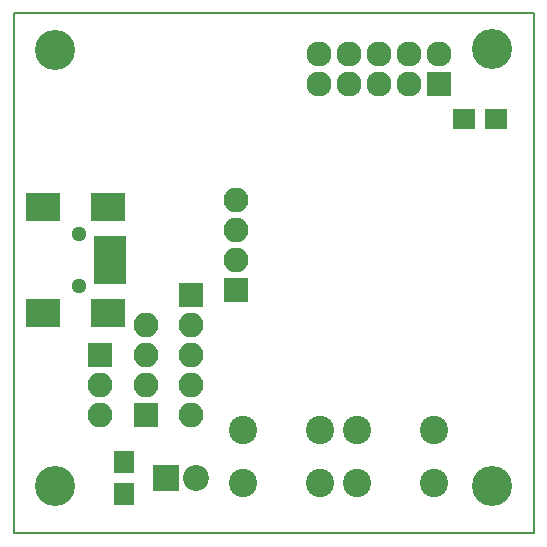
<source format=gbr>
G04 #@! TF.FileFunction,Soldermask,Bot*
%FSLAX46Y46*%
G04 Gerber Fmt 4.6, Leading zero omitted, Abs format (unit mm)*
G04 Created by KiCad (PCBNEW 4.0.7) date Tue Jan 30 18:32:58 2018*
%MOMM*%
%LPD*%
G01*
G04 APERTURE LIST*
%ADD10C,0.100000*%
%ADD11C,0.150000*%
%ADD12O,2.127200X2.127200*%
%ADD13R,2.127200X2.127200*%
%ADD14C,3.400000*%
%ADD15R,2.701240X0.900380*%
%ADD16R,2.899360X2.398980*%
%ADD17C,1.299160*%
%ADD18R,2.100000X2.100000*%
%ADD19O,2.100000X2.100000*%
%ADD20R,2.200000X2.200000*%
%ADD21C,2.200000*%
%ADD22R,1.900000X1.700000*%
%ADD23R,1.700000X1.900000*%
%ADD24C,2.400000*%
G04 APERTURE END LIST*
D10*
D11*
X109800000Y-113600000D02*
X109800000Y-69600000D01*
X153800000Y-113600000D02*
X109800000Y-113600000D01*
X153800000Y-69600000D02*
X153800000Y-113600000D01*
X109800000Y-69600000D02*
X153800000Y-69600000D01*
D12*
X135640000Y-73060000D03*
X135640000Y-75600000D03*
X138180000Y-73060000D03*
X138180000Y-75600000D03*
X140720000Y-73060000D03*
X140720000Y-75600000D03*
X143260000Y-73060000D03*
X143260000Y-75600000D03*
X145800000Y-73060000D03*
D13*
X145800000Y-75600000D03*
D14*
X113300000Y-109600000D03*
X113300000Y-72700000D03*
X150300000Y-109600000D03*
X150300000Y-72600000D03*
D15*
X117899320Y-92075200D03*
X117899320Y-91275100D03*
X117899320Y-90475000D03*
X117899320Y-89674900D03*
X117899320Y-88874800D03*
D16*
X117800260Y-94925080D03*
X112301160Y-94925080D03*
X117800260Y-86024920D03*
X112301160Y-86024920D03*
D17*
X115300900Y-92674640D03*
X115300900Y-88275360D03*
D18*
X120975000Y-103600000D03*
D19*
X120975000Y-101060000D03*
X120975000Y-98520000D03*
X120975000Y-95980000D03*
D18*
X117125000Y-98525000D03*
D19*
X117125000Y-101065000D03*
X117125000Y-103605000D03*
D18*
X124825000Y-93425000D03*
D19*
X124825000Y-95965000D03*
X124825000Y-98505000D03*
X124825000Y-101045000D03*
X124825000Y-103585000D03*
D20*
X122700000Y-108975000D03*
D21*
X125240000Y-108975000D03*
D22*
X150590000Y-78520000D03*
X147890000Y-78520000D03*
D23*
X119100000Y-110300000D03*
X119100000Y-107600000D03*
D24*
X145325000Y-104850000D03*
X145325000Y-109350000D03*
X138825000Y-104850000D03*
X138825000Y-109350000D03*
X129225000Y-109350000D03*
X129225000Y-104850000D03*
X135725000Y-109350000D03*
X135725000Y-104850000D03*
D18*
X128580000Y-93040000D03*
D19*
X128580000Y-90500000D03*
X128580000Y-87960000D03*
X128580000Y-85420000D03*
M02*

</source>
